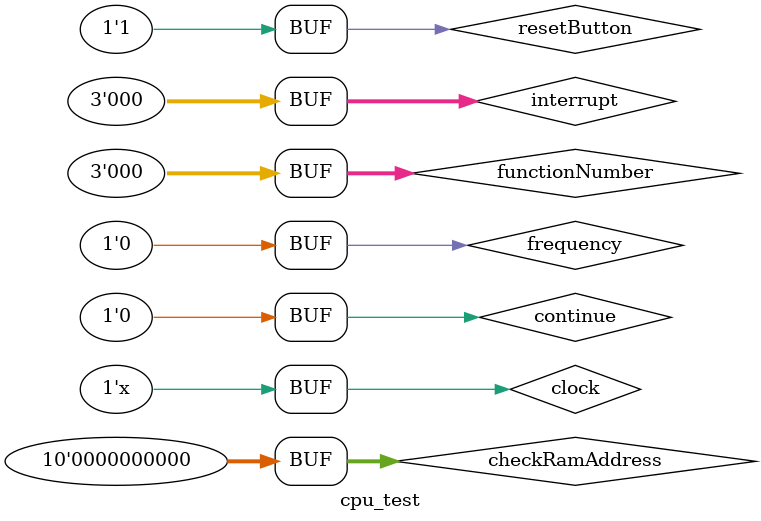
<source format=v>
`timescale 10ns / 1ns


module cpu_test();
    reg clock = 0;
    reg resetButton = 1;
    reg frequency = 0;
    reg continue = 0;
    reg[2: 0] interrupt = 0;
    reg[2: 0] functionNumber = 0;
    reg[9: 0] checkRamAddress = 0;

    wire[7: 0]  anode;
    wire[7: 0]  cathode;

    Cpu cpu(
        .rawClock(clock),
        .resetButton(resetButton),
        .frequency(frequency),
        .radix(1'b0),
        .continue(continue),
        .interrupt(interrupt),
        .functionNumber(functionNumber),
        .checkRamAddress(checkRamAddress),
        .anode(anode),
        .cathode(cathode)
    );

    always #0.5 clock = ~clock;
    initial begin
        resetButton = 0;
        #10 resetButton = 1;

//        #110 interrupt = 3'b010;
//        #50 interrupt = 3'b000;

//        #200 interrupt = 3'b100;
//        #50 interrupt = 3'b000;

//        #1900 continue = 1;
//        #10 continue = 0;

//        #10000 continue = 1;
//        #10 continue = 0;
    end
endmodule

</source>
